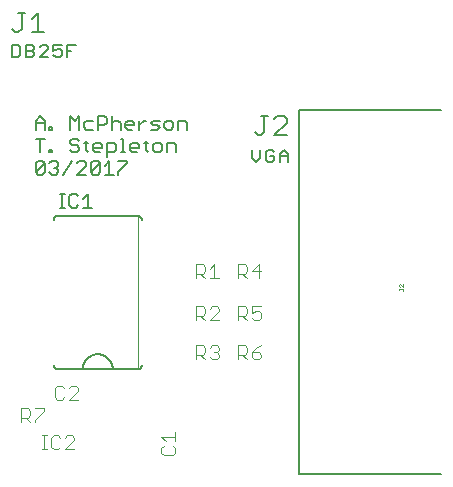
<source format=gbr>
G04 EAGLE Gerber RS-274X export*
G75*
%MOMM*%
%FSLAX34Y34*%
%LPD*%
%INSilkscreen Top*%
%IPPOS*%
%AMOC8*
5,1,8,0,0,1.08239X$1,22.5*%
G01*
%ADD10C,0.152400*%
%ADD11C,0.127000*%
%ADD12C,0.203200*%
%ADD13C,0.177800*%
%ADD14C,0.050800*%
%ADD15C,0.101600*%


D10*
X361442Y872154D02*
X364154Y869442D01*
X366865Y869442D01*
X369577Y872154D01*
X369577Y885712D01*
X366865Y885712D02*
X372289Y885712D01*
X377814Y869442D02*
X388660Y869442D01*
X377814Y869442D02*
X388660Y880289D01*
X388660Y883000D01*
X385949Y885712D01*
X380525Y885712D01*
X377814Y883000D01*
D11*
X175895Y882022D02*
X175895Y874395D01*
X175895Y882022D02*
X179708Y885835D01*
X183522Y882022D01*
X183522Y874395D01*
X183522Y880115D02*
X175895Y880115D01*
X187589Y876302D02*
X187589Y874395D01*
X187589Y876302D02*
X189496Y876302D01*
X189496Y874395D01*
X187589Y874395D01*
X205130Y874395D02*
X205130Y885835D01*
X208943Y882022D01*
X212756Y885835D01*
X212756Y874395D01*
X218731Y882022D02*
X224450Y882022D01*
X218731Y882022D02*
X216824Y880115D01*
X216824Y876302D01*
X218731Y874395D01*
X224450Y874395D01*
X228518Y874395D02*
X228518Y885835D01*
X234238Y885835D01*
X236144Y883928D01*
X236144Y880115D01*
X234238Y878208D01*
X228518Y878208D01*
X240212Y874395D02*
X240212Y885835D01*
X242118Y882022D02*
X240212Y880115D01*
X242118Y882022D02*
X245932Y882022D01*
X247838Y880115D01*
X247838Y874395D01*
X253812Y874395D02*
X257626Y874395D01*
X253812Y874395D02*
X251906Y876302D01*
X251906Y880115D01*
X253812Y882022D01*
X257626Y882022D01*
X259532Y880115D01*
X259532Y878208D01*
X251906Y878208D01*
X263600Y874395D02*
X263600Y882022D01*
X267413Y882022D02*
X263600Y878208D01*
X267413Y882022D02*
X269320Y882022D01*
X273345Y874395D02*
X279065Y874395D01*
X280971Y876302D01*
X279065Y878208D01*
X275251Y878208D01*
X273345Y880115D01*
X275251Y882022D01*
X280971Y882022D01*
X286945Y874395D02*
X290759Y874395D01*
X292665Y876302D01*
X292665Y880115D01*
X290759Y882022D01*
X286945Y882022D01*
X285039Y880115D01*
X285039Y876302D01*
X286945Y874395D01*
X296733Y874395D02*
X296733Y882022D01*
X302453Y882022D01*
X304359Y880115D01*
X304359Y874395D01*
X179708Y866785D02*
X179708Y855345D01*
X175895Y866785D02*
X183522Y866785D01*
X187589Y857252D02*
X187589Y855345D01*
X187589Y857252D02*
X189496Y857252D01*
X189496Y855345D01*
X187589Y855345D01*
X210850Y866785D02*
X212756Y864878D01*
X210850Y866785D02*
X207037Y866785D01*
X205130Y864878D01*
X205130Y862972D01*
X207037Y861065D01*
X210850Y861065D01*
X212756Y859158D01*
X212756Y857252D01*
X210850Y855345D01*
X207037Y855345D01*
X205130Y857252D01*
X218731Y857252D02*
X218731Y864878D01*
X218731Y857252D02*
X220637Y855345D01*
X220637Y862972D02*
X216824Y862972D01*
X226526Y855345D02*
X230340Y855345D01*
X226526Y855345D02*
X224620Y857252D01*
X224620Y861065D01*
X226526Y862972D01*
X230340Y862972D01*
X232246Y861065D01*
X232246Y859158D01*
X224620Y859158D01*
X236314Y862972D02*
X236314Y851532D01*
X236314Y862972D02*
X242034Y862972D01*
X243940Y861065D01*
X243940Y857252D01*
X242034Y855345D01*
X236314Y855345D01*
X248008Y866785D02*
X249914Y866785D01*
X249914Y855345D01*
X248008Y855345D02*
X251821Y855345D01*
X257710Y855345D02*
X261524Y855345D01*
X257710Y855345D02*
X255804Y857252D01*
X255804Y861065D01*
X257710Y862972D01*
X261524Y862972D01*
X263430Y861065D01*
X263430Y859158D01*
X255804Y859158D01*
X269404Y857252D02*
X269404Y864878D01*
X269404Y857252D02*
X271311Y855345D01*
X271311Y862972D02*
X267498Y862972D01*
X277200Y855345D02*
X281014Y855345D01*
X282920Y857252D01*
X282920Y861065D01*
X281014Y862972D01*
X277200Y862972D01*
X275294Y861065D01*
X275294Y857252D01*
X277200Y855345D01*
X286988Y855345D02*
X286988Y862972D01*
X292708Y862972D01*
X294614Y861065D01*
X294614Y855345D01*
X175895Y845828D02*
X175895Y838202D01*
X175895Y845828D02*
X177802Y847735D01*
X181615Y847735D01*
X183522Y845828D01*
X183522Y838202D01*
X181615Y836295D01*
X177802Y836295D01*
X175895Y838202D01*
X183522Y845828D01*
X187589Y845828D02*
X189496Y847735D01*
X193309Y847735D01*
X195215Y845828D01*
X195215Y843922D01*
X193309Y842015D01*
X191402Y842015D01*
X193309Y842015D02*
X195215Y840108D01*
X195215Y838202D01*
X193309Y836295D01*
X189496Y836295D01*
X187589Y838202D01*
X199283Y836295D02*
X206909Y847735D01*
X210977Y836295D02*
X218603Y836295D01*
X210977Y836295D02*
X218603Y843922D01*
X218603Y845828D01*
X216697Y847735D01*
X212884Y847735D01*
X210977Y845828D01*
X222671Y845828D02*
X222671Y838202D01*
X222671Y845828D02*
X224578Y847735D01*
X228391Y847735D01*
X230297Y845828D01*
X230297Y838202D01*
X228391Y836295D01*
X224578Y836295D01*
X222671Y838202D01*
X230297Y845828D01*
X234365Y843922D02*
X238178Y847735D01*
X238178Y836295D01*
X234365Y836295D02*
X241991Y836295D01*
X246059Y847735D02*
X253685Y847735D01*
X253685Y845828D01*
X246059Y838202D01*
X246059Y836295D01*
D12*
X359156Y850395D02*
X359156Y857513D01*
X359156Y850395D02*
X362715Y846836D01*
X366274Y850395D01*
X366274Y857513D01*
X376189Y857513D02*
X377968Y855734D01*
X376189Y857513D02*
X372629Y857513D01*
X370850Y855734D01*
X370850Y848616D01*
X372629Y846836D01*
X376189Y846836D01*
X377968Y848616D01*
X377968Y852175D01*
X374409Y852175D01*
X382544Y853954D02*
X382544Y846836D01*
X382544Y853954D02*
X386103Y857513D01*
X389662Y853954D01*
X389662Y846836D01*
X389662Y852175D02*
X382544Y852175D01*
X155956Y935736D02*
X155956Y946413D01*
X155956Y935736D02*
X161295Y935736D01*
X163074Y937516D01*
X163074Y944634D01*
X161295Y946413D01*
X155956Y946413D01*
X167650Y946413D02*
X167650Y935736D01*
X167650Y946413D02*
X172989Y946413D01*
X174768Y944634D01*
X174768Y942854D01*
X172989Y941075D01*
X174768Y939295D01*
X174768Y937516D01*
X172989Y935736D01*
X167650Y935736D01*
X167650Y941075D02*
X172989Y941075D01*
X179344Y935736D02*
X186462Y935736D01*
X179344Y935736D02*
X186462Y942854D01*
X186462Y944634D01*
X184683Y946413D01*
X181123Y946413D01*
X179344Y944634D01*
X191038Y946413D02*
X198156Y946413D01*
X191038Y946413D02*
X191038Y941075D01*
X194597Y942854D01*
X196376Y942854D01*
X198156Y941075D01*
X198156Y937516D01*
X196376Y935736D01*
X192817Y935736D01*
X191038Y937516D01*
X202732Y935736D02*
X202732Y946413D01*
X209850Y946413D01*
X206291Y941075D02*
X202732Y941075D01*
D13*
X158775Y957199D02*
X156106Y959868D01*
X158775Y957199D02*
X161444Y957199D01*
X164114Y959868D01*
X164114Y973215D01*
X166783Y973215D02*
X161444Y973215D01*
X172477Y967876D02*
X177816Y973215D01*
X177816Y957199D01*
X172477Y957199D02*
X183155Y957199D01*
D12*
X398800Y890600D02*
X519100Y890600D01*
X519100Y582600D02*
X398800Y582600D01*
X398800Y890600D01*
D14*
X487210Y737913D02*
X486617Y737320D01*
X487210Y737913D02*
X487210Y738506D01*
X486617Y739099D01*
X483651Y739099D01*
X483651Y738506D02*
X483651Y739693D01*
X487210Y741062D02*
X487210Y743435D01*
X487210Y741062D02*
X484837Y743435D01*
X484244Y743435D01*
X483651Y742841D01*
X483651Y741655D01*
X484244Y741062D01*
D15*
X311658Y748538D02*
X311658Y760232D01*
X317505Y760232D01*
X319454Y758283D01*
X319454Y754385D01*
X317505Y752436D01*
X311658Y752436D01*
X315556Y752436D02*
X319454Y748538D01*
X323352Y756334D02*
X327250Y760232D01*
X327250Y748538D01*
X323352Y748538D02*
X331148Y748538D01*
X311658Y724672D02*
X311658Y712978D01*
X311658Y724672D02*
X317505Y724672D01*
X319454Y722723D01*
X319454Y718825D01*
X317505Y716876D01*
X311658Y716876D01*
X315556Y716876D02*
X319454Y712978D01*
X323352Y712978D02*
X331148Y712978D01*
X323352Y712978D02*
X331148Y720774D01*
X331148Y722723D01*
X329199Y724672D01*
X325301Y724672D01*
X323352Y722723D01*
X311658Y691652D02*
X311658Y679958D01*
X311658Y691652D02*
X317505Y691652D01*
X319454Y689703D01*
X319454Y685805D01*
X317505Y683856D01*
X311658Y683856D01*
X315556Y683856D02*
X319454Y679958D01*
X323352Y689703D02*
X325301Y691652D01*
X329199Y691652D01*
X331148Y689703D01*
X331148Y687754D01*
X329199Y685805D01*
X327250Y685805D01*
X329199Y685805D02*
X331148Y683856D01*
X331148Y681907D01*
X329199Y679958D01*
X325301Y679958D01*
X323352Y681907D01*
X347218Y748538D02*
X347218Y760232D01*
X353065Y760232D01*
X355014Y758283D01*
X355014Y754385D01*
X353065Y752436D01*
X347218Y752436D01*
X351116Y752436D02*
X355014Y748538D01*
X364759Y748538D02*
X364759Y760232D01*
X358912Y754385D01*
X366708Y754385D01*
X347218Y724672D02*
X347218Y712978D01*
X347218Y724672D02*
X353065Y724672D01*
X355014Y722723D01*
X355014Y718825D01*
X353065Y716876D01*
X347218Y716876D01*
X351116Y716876D02*
X355014Y712978D01*
X358912Y724672D02*
X366708Y724672D01*
X358912Y724672D02*
X358912Y718825D01*
X362810Y720774D01*
X364759Y720774D01*
X366708Y718825D01*
X366708Y714927D01*
X364759Y712978D01*
X360861Y712978D01*
X358912Y714927D01*
X347218Y691652D02*
X347218Y679958D01*
X347218Y691652D02*
X353065Y691652D01*
X355014Y689703D01*
X355014Y685805D01*
X353065Y683856D01*
X347218Y683856D01*
X351116Y683856D02*
X355014Y679958D01*
X362810Y689703D02*
X366708Y691652D01*
X362810Y689703D02*
X358912Y685805D01*
X358912Y681907D01*
X360861Y679958D01*
X364759Y679958D01*
X366708Y681907D01*
X366708Y683856D01*
X364759Y685805D01*
X358912Y685805D01*
X163810Y638312D02*
X163810Y626618D01*
X163810Y638312D02*
X169657Y638312D01*
X171606Y636363D01*
X171606Y632465D01*
X169657Y630516D01*
X163810Y630516D01*
X167708Y630516D02*
X171606Y626618D01*
X175504Y638312D02*
X183300Y638312D01*
X183300Y636363D01*
X175504Y628567D01*
X175504Y626618D01*
X181414Y603758D02*
X185312Y603758D01*
X183363Y603758D02*
X183363Y615452D01*
X181414Y615452D02*
X185312Y615452D01*
X195057Y615452D02*
X197006Y613503D01*
X195057Y615452D02*
X191159Y615452D01*
X189210Y613503D01*
X189210Y605707D01*
X191159Y603758D01*
X195057Y603758D01*
X197006Y605707D01*
X200904Y603758D02*
X208700Y603758D01*
X200904Y603758D02*
X208700Y611554D01*
X208700Y613503D01*
X206751Y615452D01*
X202853Y615452D01*
X200904Y613503D01*
X282438Y604525D02*
X284387Y606474D01*
X282438Y604525D02*
X282438Y600627D01*
X284387Y598678D01*
X292183Y598678D01*
X294132Y600627D01*
X294132Y604525D01*
X292183Y606474D01*
X286336Y610372D02*
X282438Y614270D01*
X294132Y614270D01*
X294132Y610372D02*
X294132Y618168D01*
X200074Y655413D02*
X198125Y657362D01*
X194227Y657362D01*
X192278Y655413D01*
X192278Y647617D01*
X194227Y645668D01*
X198125Y645668D01*
X200074Y647617D01*
X203972Y645668D02*
X211768Y645668D01*
X203972Y645668D02*
X211768Y653464D01*
X211768Y655413D01*
X209819Y657362D01*
X205921Y657362D01*
X203972Y655413D01*
D10*
X265938Y797814D02*
X265936Y797936D01*
X265930Y798058D01*
X265920Y798180D01*
X265907Y798301D01*
X265889Y798422D01*
X265868Y798542D01*
X265842Y798662D01*
X265813Y798780D01*
X265781Y798898D01*
X265744Y799015D01*
X265704Y799130D01*
X265660Y799244D01*
X265612Y799356D01*
X265561Y799467D01*
X265506Y799576D01*
X265448Y799684D01*
X265386Y799789D01*
X265321Y799892D01*
X265253Y799994D01*
X265181Y800093D01*
X265107Y800189D01*
X265029Y800284D01*
X264948Y800375D01*
X264865Y800465D01*
X264779Y800551D01*
X264689Y800634D01*
X264598Y800715D01*
X264503Y800793D01*
X264407Y800867D01*
X264308Y800939D01*
X264206Y801007D01*
X264103Y801072D01*
X263998Y801134D01*
X263890Y801192D01*
X263781Y801247D01*
X263670Y801298D01*
X263558Y801346D01*
X263444Y801390D01*
X263329Y801430D01*
X263212Y801467D01*
X263094Y801499D01*
X262976Y801528D01*
X262856Y801554D01*
X262736Y801575D01*
X262615Y801593D01*
X262494Y801606D01*
X262372Y801616D01*
X262250Y801622D01*
X262128Y801624D01*
X191262Y675386D02*
X191264Y675264D01*
X191270Y675142D01*
X191280Y675020D01*
X191293Y674899D01*
X191311Y674778D01*
X191332Y674658D01*
X191358Y674538D01*
X191387Y674420D01*
X191419Y674302D01*
X191456Y674185D01*
X191496Y674070D01*
X191540Y673956D01*
X191588Y673844D01*
X191639Y673733D01*
X191694Y673624D01*
X191752Y673516D01*
X191814Y673411D01*
X191879Y673308D01*
X191947Y673206D01*
X192019Y673107D01*
X192093Y673011D01*
X192171Y672916D01*
X192252Y672825D01*
X192335Y672735D01*
X192421Y672649D01*
X192511Y672566D01*
X192602Y672485D01*
X192697Y672407D01*
X192793Y672333D01*
X192892Y672261D01*
X192994Y672193D01*
X193097Y672128D01*
X193202Y672066D01*
X193310Y672008D01*
X193419Y671953D01*
X193530Y671902D01*
X193642Y671854D01*
X193756Y671810D01*
X193871Y671770D01*
X193988Y671733D01*
X194106Y671701D01*
X194224Y671672D01*
X194344Y671646D01*
X194464Y671625D01*
X194585Y671607D01*
X194706Y671594D01*
X194828Y671584D01*
X194950Y671578D01*
X195072Y671576D01*
X191262Y797814D02*
X191264Y797936D01*
X191270Y798058D01*
X191280Y798180D01*
X191293Y798301D01*
X191311Y798422D01*
X191332Y798542D01*
X191358Y798662D01*
X191387Y798780D01*
X191419Y798898D01*
X191456Y799015D01*
X191496Y799130D01*
X191540Y799244D01*
X191588Y799356D01*
X191639Y799467D01*
X191694Y799576D01*
X191752Y799684D01*
X191814Y799789D01*
X191879Y799892D01*
X191947Y799994D01*
X192019Y800093D01*
X192093Y800189D01*
X192171Y800284D01*
X192252Y800375D01*
X192335Y800465D01*
X192421Y800551D01*
X192511Y800634D01*
X192602Y800715D01*
X192697Y800793D01*
X192793Y800867D01*
X192892Y800939D01*
X192994Y801007D01*
X193097Y801072D01*
X193202Y801134D01*
X193310Y801192D01*
X193419Y801247D01*
X193530Y801298D01*
X193642Y801346D01*
X193756Y801390D01*
X193871Y801430D01*
X193988Y801467D01*
X194106Y801499D01*
X194224Y801528D01*
X194344Y801554D01*
X194464Y801575D01*
X194585Y801593D01*
X194706Y801606D01*
X194828Y801616D01*
X194950Y801622D01*
X195072Y801624D01*
X265938Y675386D02*
X265936Y675264D01*
X265930Y675142D01*
X265920Y675020D01*
X265907Y674899D01*
X265889Y674778D01*
X265868Y674658D01*
X265842Y674538D01*
X265813Y674420D01*
X265781Y674302D01*
X265744Y674185D01*
X265704Y674070D01*
X265660Y673956D01*
X265612Y673844D01*
X265561Y673733D01*
X265506Y673624D01*
X265448Y673516D01*
X265386Y673411D01*
X265321Y673308D01*
X265253Y673206D01*
X265181Y673107D01*
X265107Y673011D01*
X265029Y672916D01*
X264948Y672825D01*
X264865Y672735D01*
X264779Y672649D01*
X264689Y672566D01*
X264598Y672485D01*
X264503Y672407D01*
X264407Y672333D01*
X264308Y672261D01*
X264206Y672193D01*
X264103Y672128D01*
X263998Y672066D01*
X263890Y672008D01*
X263781Y671953D01*
X263670Y671902D01*
X263558Y671854D01*
X263444Y671810D01*
X263329Y671770D01*
X263212Y671733D01*
X263094Y671701D01*
X262976Y671672D01*
X262856Y671646D01*
X262736Y671625D01*
X262615Y671607D01*
X262494Y671594D01*
X262372Y671584D01*
X262250Y671578D01*
X262128Y671576D01*
X262128Y801624D02*
X195072Y801624D01*
X195072Y671576D02*
X215900Y671576D01*
X241300Y671576D01*
X262128Y671576D01*
D14*
X262382Y671830D02*
X262382Y801370D01*
D10*
X241300Y671576D02*
X241296Y671885D01*
X241285Y672194D01*
X241266Y672503D01*
X241240Y672811D01*
X241206Y673119D01*
X241165Y673425D01*
X241116Y673731D01*
X241060Y674035D01*
X240996Y674337D01*
X240925Y674638D01*
X240847Y674938D01*
X240762Y675235D01*
X240669Y675530D01*
X240569Y675823D01*
X240462Y676113D01*
X240348Y676400D01*
X240227Y676685D01*
X240099Y676967D01*
X239965Y677245D01*
X239823Y677520D01*
X239675Y677792D01*
X239520Y678059D01*
X239359Y678323D01*
X239192Y678583D01*
X239018Y678839D01*
X238838Y679091D01*
X238652Y679338D01*
X238460Y679580D01*
X238262Y679818D01*
X238059Y680051D01*
X237849Y680279D01*
X237635Y680501D01*
X237415Y680719D01*
X237189Y680931D01*
X236959Y681137D01*
X236724Y681338D01*
X236484Y681533D01*
X236239Y681722D01*
X235990Y681905D01*
X235736Y682082D01*
X235478Y682252D01*
X235216Y682417D01*
X234950Y682575D01*
X234680Y682726D01*
X234407Y682871D01*
X234130Y683009D01*
X233850Y683140D01*
X233567Y683264D01*
X233281Y683382D01*
X232992Y683492D01*
X232701Y683596D01*
X232407Y683692D01*
X232111Y683781D01*
X231812Y683863D01*
X231512Y683938D01*
X231210Y684005D01*
X230907Y684065D01*
X230602Y684117D01*
X230296Y684162D01*
X229989Y684200D01*
X229681Y684230D01*
X229373Y684252D01*
X229064Y684268D01*
X228755Y684275D01*
X228445Y684275D01*
X228136Y684268D01*
X227827Y684252D01*
X227519Y684230D01*
X227211Y684200D01*
X226904Y684162D01*
X226598Y684117D01*
X226293Y684065D01*
X225990Y684005D01*
X225688Y683938D01*
X225388Y683863D01*
X225089Y683781D01*
X224793Y683692D01*
X224499Y683596D01*
X224208Y683492D01*
X223919Y683382D01*
X223633Y683264D01*
X223350Y683140D01*
X223070Y683009D01*
X222793Y682871D01*
X222520Y682726D01*
X222250Y682575D01*
X221984Y682417D01*
X221722Y682252D01*
X221464Y682082D01*
X221210Y681905D01*
X220961Y681722D01*
X220716Y681533D01*
X220476Y681338D01*
X220241Y681137D01*
X220011Y680931D01*
X219785Y680719D01*
X219565Y680501D01*
X219351Y680279D01*
X219141Y680051D01*
X218938Y679818D01*
X218740Y679580D01*
X218548Y679338D01*
X218362Y679091D01*
X218182Y678839D01*
X218008Y678583D01*
X217841Y678323D01*
X217680Y678059D01*
X217525Y677792D01*
X217377Y677520D01*
X217235Y677245D01*
X217101Y676967D01*
X216973Y676685D01*
X216852Y676400D01*
X216738Y676113D01*
X216631Y675823D01*
X216531Y675530D01*
X216438Y675235D01*
X216353Y674938D01*
X216275Y674638D01*
X216204Y674337D01*
X216140Y674035D01*
X216084Y673731D01*
X216035Y673425D01*
X215994Y673119D01*
X215960Y672811D01*
X215934Y672503D01*
X215915Y672194D01*
X215904Y671885D01*
X215900Y671576D01*
D11*
X200594Y808355D02*
X196781Y808355D01*
X198688Y808355D02*
X198688Y819795D01*
X200594Y819795D02*
X196781Y819795D01*
X210297Y819795D02*
X212204Y817888D01*
X210297Y819795D02*
X206484Y819795D01*
X204577Y817888D01*
X204577Y810262D01*
X206484Y808355D01*
X210297Y808355D01*
X212204Y810262D01*
X216271Y815982D02*
X220084Y819795D01*
X220084Y808355D01*
X216271Y808355D02*
X223897Y808355D01*
M02*

</source>
